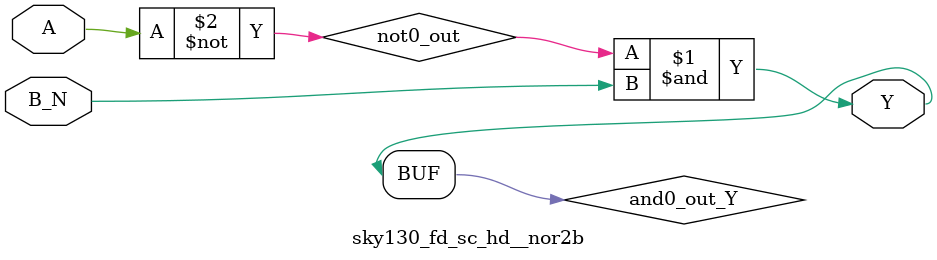
<source format=v>
/*
 * Copyright 2020 The SkyWater PDK Authors
 *
 * Licensed under the Apache License, Version 2.0 (the "License");
 * you may not use this file except in compliance with the License.
 * You may obtain a copy of the License at
 *
 *     https://www.apache.org/licenses/LICENSE-2.0
 *
 * Unless required by applicable law or agreed to in writing, software
 * distributed under the License is distributed on an "AS IS" BASIS,
 * WITHOUT WARRANTIES OR CONDITIONS OF ANY KIND, either express or implied.
 * See the License for the specific language governing permissions and
 * limitations under the License.
 *
 * SPDX-License-Identifier: Apache-2.0
*/


`ifndef SKY130_FD_SC_HD__NOR2B_FUNCTIONAL_V
`define SKY130_FD_SC_HD__NOR2B_FUNCTIONAL_V

/**
 * nor2b: 2-input NOR, first input inverted.
 *
 *        Y = !(A | B | C | !D)
 *
 * Verilog simulation functional model.
 */

`timescale 1ns / 1ps
`default_nettype none

`celldefine
module sky130_fd_sc_hd__nor2b (
    Y  ,
    A  ,
    B_N
);

    // Module ports
    output Y  ;
    input  A  ;
    input  B_N;

    // Local signals
    wire not0_out  ;
    wire and0_out_Y;

    //  Name  Output      Other arguments
    not not0 (not0_out  , A              );
    and and0 (and0_out_Y, not0_out, B_N  );
    buf buf0 (Y         , and0_out_Y     );

endmodule
`endcelldefine

`default_nettype wire
`endif  // SKY130_FD_SC_HD__NOR2B_FUNCTIONAL_V

</source>
